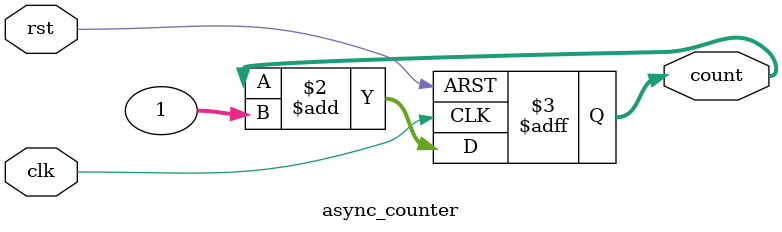
<source format=v>
`timescale 1ns / 1ps
module async_counter(clk,rst,count);
input clk,rst;
output reg [31:0]count;
always @(posedge clk or posedge rst)
begin
	if(rst)
		count = 32'b0;
	else
		count = count+1;
end
endmodule

</source>
